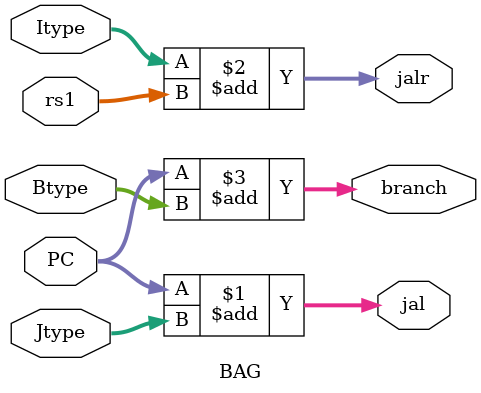
<source format=sv>
`timescale 1ns / 1ps


module BAG(
input [31:0] Jtype,
input [31:0] Btype,
input [31:0] PC, 
input [31:0] Itype,
input [31:0] rs1,
output [31:0] jal,
output [31:0] branch,
output [31:0] jalr
    );

assign jal = $signed(PC) + $signed(Jtype);
assign jalr = $signed(Itype) + $signed(rs1);
assign branch = $signed(PC) + $signed(Btype);

   
endmodule

</source>
